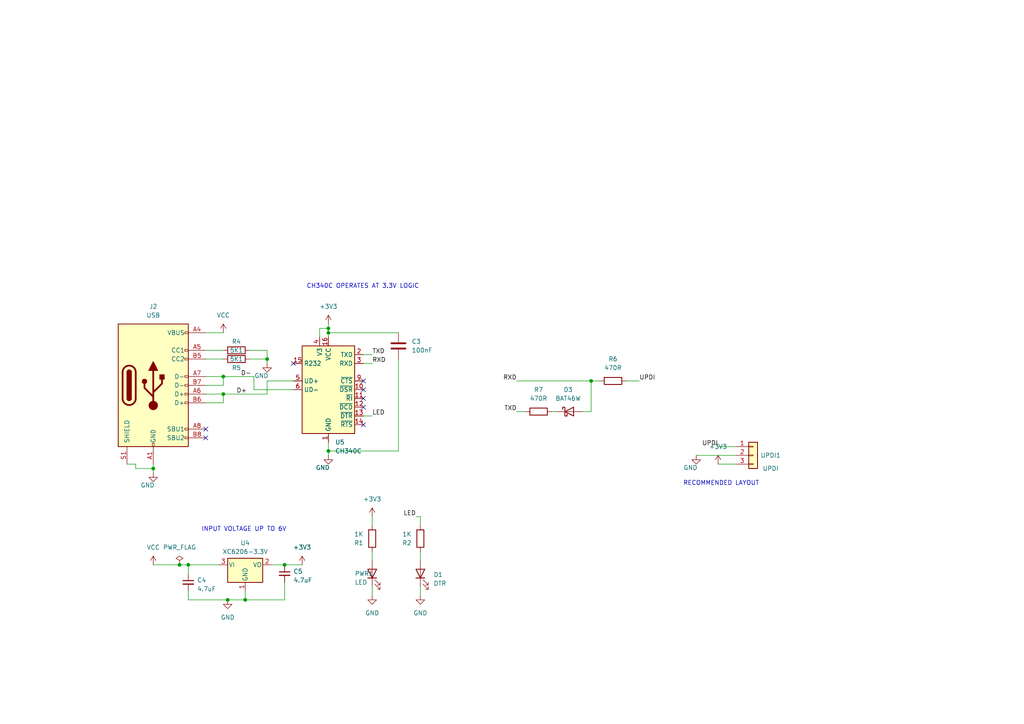
<source format=kicad_sch>
(kicad_sch (version 20230121) (generator eeschema)
  (paper "A4")
  (lib_symbols
    (symbol "Connector:USB_C_Receptacle_USB2.0" (pin_names (offset 1.016))
      (property "Reference" "J" (at -10.16 19.05 0))
      (property "Value" "USB_C_Receptacle_USB2.0" (at 19.05 19.05 0))
      (symbol "USB_C_Receptacle_USB2.0_0_0"
        (rectangle (start -0.254 -17.78) (end 0.254 -16.764))
        (rectangle (start 10.16 -14.986) (end 9.144 -15.494))
        (rectangle (start 10.16 -12.446) (end 9.144 -12.954))
        (rectangle (start 10.16 -4.826) (end 9.144 -5.334))
        (rectangle (start 10.16 -2.286) (end 9.144 -2.794))
        (rectangle (start 10.16 0.254) (end 9.144 -0.254))
        (rectangle (start 10.16 2.794) (end 9.144 2.286))
        (rectangle (start 10.16 7.874) (end 9.144 7.366))
        (rectangle (start 10.16 10.414) (end 9.144 9.906))
        (rectangle (start 10.16 15.494) (end 9.144 14.986))
      )
      (symbol "USB_C_Receptacle_USB2.0_0_1"
        (rectangle (start -10.16 17.78) (end 10.16 -17.78) (stroke (width 0.254)) (fill (type background)))
        (arc (start -8.89 -3.81) (mid -6.985 -5.7067) (end -5.08 -3.81) (stroke (width 0.508)))
        (arc (start -7.62 -3.81) (mid -6.985 -4.4423) (end -6.35 -3.81) (stroke (width 0.254)))
        (arc (start -7.62 -3.81) (mid -6.985 -4.4423) (end -6.35 -3.81) (stroke (width 0.254)) (fill (type outline)))
        (rectangle (start -7.62 -3.81) (end -6.35 3.81) (stroke (width 0.254)) (fill (type outline)))
        (arc (start -6.35 3.81) (mid -6.985 4.4423) (end -7.62 3.81) (stroke (width 0.254)))
        (arc (start -6.35 3.81) (mid -6.985 4.4423) (end -7.62 3.81) (stroke (width 0.254)) (fill (type outline)))
        (arc (start -5.08 3.81) (mid -6.985 5.7067) (end -8.89 3.81) (stroke (width 0.508)))
        (circle (center -2.54 1.143) (radius 0.635) (stroke (width 0.254)) (fill (type outline)))
        (circle (center 0 -5.842) (radius 1.27) (fill (type outline)))
        (polyline (pts (xy -8.89 -3.81) (xy -8.89 3.81)) (stroke (width 0.508)))
        (polyline (pts (xy -5.08 3.81) (xy -5.08 -3.81)) (stroke (width 0.508)))
        (polyline (pts (xy 0 -5.842) (xy 0 4.318)) (stroke (width 0.508)))
        (polyline (pts (xy 0 -3.302) (xy -2.54 -0.762) (xy -2.54 0.508)) (stroke (width 0.508)))
        (polyline (pts (xy 0 -2.032) (xy 2.54 0.508) (xy 2.54 1.778)) (stroke (width 0.508)))
        (polyline (pts (xy -1.27 4.318) (xy 0 6.858) (xy 1.27 4.318) (xy -1.27 4.318)) (stroke (width 0.254)) (fill (type outline)))
        (rectangle (start 1.905 1.778) (end 3.175 3.048) (stroke (width 0.254)) (fill (type outline)))
      )
      (symbol "USB_C_Receptacle_USB2.0_1_1"
        (pin passive line (at 0 -22.86 90) (length 5.08) (name "GND") (number "A1"))
        (pin passive line (at 0 -22.86 90) (length 5.08) hide (name "GND") (number "A12"))
        (pin passive line (at 15.24 15.24 180) (length 5.08) (name "VBUS") (number "A4"))
        (pin bidirectional line (at 15.24 10.16 180) (length 5.08) (name "CC1") (number "A5"))
        (pin bidirectional line (at 15.24 -2.54 180) (length 5.08) (name "D+") (number "A6"))
        (pin bidirectional line (at 15.24 2.54 180) (length 5.08) (name "D-") (number "A7"))
        (pin bidirectional line (at 15.24 -12.7 180) (length 5.08) (name "SBU1") (number "A8"))
        (pin passive line (at 15.24 15.24 180) (length 5.08) hide (name "VBUS") (number "A9"))
        (pin passive line (at 0 -22.86 90) (length 5.08) hide (name "GND") (number "B1"))
        (pin passive line (at 0 -22.86 90) (length 5.08) hide (name "GND") (number "B12"))
        (pin passive line (at 15.24 15.24 180) (length 5.08) hide (name "VBUS") (number "B4"))
        (pin bidirectional line (at 15.24 7.62 180) (length 5.08) (name "CC2") (number "B5"))
        (pin bidirectional line (at 15.24 -5.08 180) (length 5.08) (name "D+") (number "B6"))
        (pin bidirectional line (at 15.24 0 180) (length 5.08) (name "D-") (number "B7"))
        (pin bidirectional line (at 15.24 -15.24 180) (length 5.08) (name "SBU2") (number "B8"))
        (pin passive line (at 15.24 15.24 180) (length 5.08) hide (name "VBUS") (number "B9"))
        (pin passive line (at -7.62 -22.86 90) (length 5.08) (name "SHIELD") (number "S1"))
      )
    )
    (symbol "Connector_Generic:Conn_01x03" (pin_names (offset 1.016) hide)
      (property "Reference" "J" (at 0 5.08 0))
      (property "Value" "Conn_01x03" (at 0 -5.08 0))
      (symbol "Conn_01x03_1_1"
        (rectangle (start -1.27 -2.413) (end 0 -2.667) (stroke (width 0.1524)))
        (rectangle (start -1.27 0.127) (end 0 -0.127) (stroke (width 0.1524)))
        (rectangle (start -1.27 2.667) (end 0 2.413) (stroke (width 0.1524)))
        (rectangle (start -1.27 3.81) (end 1.27 -3.81) (stroke (width 0.254)) (fill (type background)))
        (pin passive line (at -5.08 2.54 0) (length 3.81) (name "Pin_1") (number "1"))
        (pin passive line (at -5.08 0 0) (length 3.81) (name "Pin_2") (number "2"))
        (pin passive line (at -5.08 -2.54 0) (length 3.81) (name "Pin_3") (number "3"))
      )
    )
    (symbol "Device:C" (pin_numbers hide) (pin_names (offset 0.254))
      (property "Reference" "C" (at 0.635 2.54 0))
      (property "Value" "C" (at 0.635 -2.54 0))
      (symbol "C_0_1"
        (polyline (pts (xy -2.032 -0.762) (xy 2.032 -0.762)) (stroke (width 0.508)))
        (polyline (pts (xy -2.032 0.762) (xy 2.032 0.762)) (stroke (width 0.508)))
      )
      (symbol "C_1_1"
        (pin passive line (at 0 3.81 270) (length 2.794) (name "~") (number "1"))
        (pin passive line (at 0 -3.81 90) (length 2.794) (name "~") (number "2"))
      )
    )
    (symbol "Device:C_Small" (pin_numbers hide) (pin_names (offset 0.254) hide)
      (property "Reference" "C" (at 0.254 1.778 0))
      (property "Value" "C_Small" (at 0.254 -2.032 0))
      (symbol "C_Small_0_1"
        (polyline (pts (xy -1.524 -0.508) (xy 1.524 -0.508)) (stroke (width 0.3302)))
        (polyline (pts (xy -1.524 0.508) (xy 1.524 0.508)) (stroke (width 0.3048)))
      )
      (symbol "C_Small_1_1"
        (pin passive line (at 0 2.54 270) (length 2.032) (name "~") (number "1"))
        (pin passive line (at 0 -2.54 90) (length 2.032) (name "~") (number "2"))
      )
    )
    (symbol "Device:D_Schottky" (pin_numbers hide) (pin_names (offset 1.016) hide)
      (property "Reference" "D" (at 0 2.54 0))
      (property "Value" "D_Schottky" (at 0 -2.54 0))
      (symbol "D_Schottky_0_1"
        (polyline (pts (xy 1.27 0) (xy -1.27 0)))
        (polyline (pts (xy 1.27 1.27) (xy 1.27 -1.27) (xy -1.27 0) (xy 1.27 1.27)) (stroke (width 0.254)))
        (polyline (pts (xy -1.905 0.635) (xy -1.905 1.27) (xy -1.27 1.27) (xy -1.27 -1.27) (xy -0.635 -1.27) (xy -0.635 -0.635)) (stroke (width 0.254)))
      )
      (symbol "D_Schottky_1_1"
        (pin passive line (at -3.81 0 0) (length 2.54) (name "K") (number "1"))
        (pin passive line (at 3.81 0 180) (length 2.54) (name "A") (number "2"))
      )
    )
    (symbol "Device:LED" (pin_numbers hide) (pin_names (offset 1.016) hide)
      (property "Reference" "D" (at 0 2.54 0))
      (property "Value" "LED" (at 0 -2.54 0))
      (symbol "LED_0_1"
        (polyline (pts (xy -1.27 -1.27) (xy -1.27 1.27)) (stroke (width 0.254)))
        (polyline (pts (xy -1.27 0) (xy 1.27 0)))
        (polyline (pts (xy 1.27 -1.27) (xy 1.27 1.27) (xy -1.27 0) (xy 1.27 -1.27)) (stroke (width 0.254)))
        (polyline (pts (xy -3.048 -0.762) (xy -4.572 -2.286) (xy -3.81 -2.286) (xy -4.572 -2.286) (xy -4.572 -1.524)))
        (polyline (pts (xy -1.778 -0.762) (xy -3.302 -2.286) (xy -2.54 -2.286) (xy -3.302 -2.286) (xy -3.302 -1.524)))
      )
      (symbol "LED_1_1"
        (pin passive line (at -3.81 0 0) (length 2.54) (name "K") (number "1"))
        (pin passive line (at 3.81 0 180) (length 2.54) (name "A") (number "2"))
      )
    )
    (symbol "Device:R" (pin_numbers hide) (pin_names (offset 0))
      (property "Reference" "R" (at 2.032 0 90))
      (property "Value" "R" (at 0 0 90))
      (symbol "R_0_1"
        (rectangle (start -1.016 -2.54) (end 1.016 2.54) (stroke (width 0.254)))
      )
      (symbol "R_1_1"
        (pin passive line (at 0 3.81 270) (length 1.27) (name "~") (number "1"))
        (pin passive line (at 0 -3.81 90) (length 1.27) (name "~") (number "2"))
      )
    )
    (symbol "Interface_USB:CH340C"
      (property "Reference" "U" (at -5.08 13.97 0))
      (property "Value" "CH340C" (at 1.27 13.97 0))
      (symbol "CH340C_0_1"
        (rectangle (start -7.62 12.7) (end 7.62 -12.7) (stroke (width 0.254)) (fill (type background)))
      )
      (symbol "CH340C_1_1"
        (pin power_in line (at 0 -15.24 90) (length 2.54) (name "GND") (number "1"))
        (pin input line (at 10.16 0 180) (length 2.54) (name "~{DSR}") (number "10"))
        (pin input line (at 10.16 -2.54 180) (length 2.54) (name "~{RI}") (number "11"))
        (pin input line (at 10.16 -5.08 180) (length 2.54) (name "~{DCD}") (number "12"))
        (pin output line (at 10.16 -7.62 180) (length 2.54) (name "~{DTR}") (number "13"))
        (pin output line (at 10.16 -10.16 180) (length 2.54) (name "~{RTS}") (number "14"))
        (pin input line (at -10.16 7.62 0) (length 2.54) (name "R232") (number "15"))
        (pin power_in line (at 0 15.24 270) (length 2.54) (name "VCC") (number "16"))
        (pin output line (at 10.16 10.16 180) (length 2.54) (name "TXD") (number "2"))
        (pin input line (at 10.16 7.62 180) (length 2.54) (name "RXD") (number "3"))
        (pin passive line (at -2.54 15.24 270) (length 2.54) (name "V3") (number "4"))
        (pin bidirectional line (at -10.16 2.54 0) (length 2.54) (name "UD+") (number "5"))
        (pin bidirectional line (at -10.16 0 0) (length 2.54) (name "UD-") (number "6"))
        (pin no_connect line (at -7.62 -7.62 0) (length 2.54) hide (name "NC") (number "7"))
        (pin no_connect line (at -7.62 -10.16 0) (length 2.54) hide (name "NC") (number "8"))
        (pin input line (at 10.16 2.54 180) (length 2.54) (name "~{CTS}") (number "9"))
      )
    )
    (symbol "Regulator_Linear:XC6206PxxxMR" (pin_names (offset 0.254))
      (property "Reference" "U" (at -3.81 3.175 0))
      (property "Value" "XC6206PxxxMR" (at 0 3.175 0))
      (symbol "XC6206PxxxMR_0_1"
        (rectangle (start -5.08 1.905) (end 5.08 -5.08) (stroke (width 0.254)) (fill (type background)))
      )
      (symbol "XC6206PxxxMR_1_1"
        (pin power_in line (at 0 -7.62 90) (length 2.54) (name "GND") (number "1"))
        (pin power_out line (at 7.62 0 180) (length 2.54) (name "VO") (number "2"))
        (pin power_in line (at -7.62 0 0) (length 2.54) (name "VI") (number "3"))
      )
    )
    (symbol "power:+3V3" (power) (pin_names (offset 0))
      (property "Value" "+3V3" (at 0 3.556 0))
      (symbol "+3V3_0_1"
        (polyline (pts (xy -0.762 1.27) (xy 0 2.54)))
        (polyline (pts (xy 0 0) (xy 0 2.54)))
        (polyline (pts (xy 0 2.54) (xy 0.762 1.27)))
      )
      (symbol "+3V3_1_1"
        (pin power_in line (at 0 0 90) (length 0) hide (name "+3V3") (number "1"))
      )
    )
    (symbol "power:GND" (power) (pin_names (offset 0))
      (property "Value" "GND" (at 0 -3.81 0))
      (symbol "GND_0_1"
        (polyline (pts (xy 0 0) (xy 0 -1.27) (xy 1.27 -1.27) (xy 0 -2.54) (xy -1.27 -1.27) (xy 0 -1.27)))
      )
      (symbol "GND_1_1"
        (pin power_in line (at 0 0 270) (length 0) hide (name "GND") (number "1"))
      )
    )
    (symbol "power:PWR_FLAG" (power) (pin_numbers hide) (pin_names (offset 0) hide)
      (property "Value" "PWR_FLAG" (at 0 3.81 0))
      (symbol "PWR_FLAG_0_0"
        (pin power_out line (at 0 0 90) (length 0) (name "pwr") (number "1"))
      )
      (symbol "PWR_FLAG_0_1"
        (polyline (pts (xy 0 0) (xy 0 1.27) (xy -1.016 1.905) (xy 0 2.54) (xy 1.016 1.905) (xy 0 1.27)))
      )
    )
    (symbol "power:VCC" (power) (pin_names (offset 0))
      (property "Value" "VCC" (at 0 3.81 0))
      (symbol "VCC_0_1"
        (polyline (pts (xy -0.762 1.27) (xy 0 2.54)))
        (polyline (pts (xy 0 0) (xy 0 2.54)))
        (polyline (pts (xy 0 2.54) (xy 0.762 1.27)))
      )
      (symbol "VCC_1_1"
        (pin power_in line (at 0 0 90) (length 0) hide (name "VCC") (number "1"))
      )
    )
  )
  (junction (at 171.45 110.49))
  (junction (at 64.77 109.22))
  (junction (at 95.25 95.25))
  (junction (at 95.25 130.81))
  (junction (at 77.47 104.14))
  (junction (at 54.61 163.83))
  (junction (at 52.07 163.83))
  (junction (at 95.25 96.52))
  (junction (at 82.55 163.83))
  (junction (at 44.45 135.89))
  (junction (at 66.04 173.99))
  (junction (at 71.12 173.99))
  (junction (at 64.77 114.3))
  (no_connect (at 59.69 127))
  (no_connect (at 59.69 124.46))
  (no_connect (at 105.41 113.03))
  (no_connect (at 85.09 105.41))
  (no_connect (at 105.41 115.57))
  (no_connect (at 105.41 118.11))
  (no_connect (at 105.41 110.49))
  (no_connect (at 105.41 123.19))
  (wire (pts (xy 213.36 134.62) (xy 208.28 134.62)))
  (wire (pts (xy 105.41 120.65) (xy 107.95 120.65)))
  (wire (pts (xy 59.69 116.84) (xy 64.77 116.84)))
  (wire (pts (xy 92.71 97.79) (xy 92.71 95.25)))
  (wire (pts (xy 208.28 129.54) (xy 213.36 129.54)))
  (wire (pts (xy 105.41 105.41) (xy 107.95 105.41)))
  (wire (pts (xy 64.77 114.3) (xy 77.47 114.3)))
  (wire (pts (xy 71.12 173.99) (xy 82.55 173.99)))
  (wire (pts (xy 107.95 170.18) (xy 107.95 172.72)))
  (wire (pts (xy 59.69 111.76) (xy 64.77 111.76)))
  (wire (pts (xy 71.12 171.45) (xy 71.12 173.99)))
  (wire (pts (xy 59.69 114.3) (xy 64.77 114.3)))
  (wire (pts (xy 95.25 96.52) (xy 115.57 96.52)))
  (wire (pts (xy 72.39 104.14) (xy 77.47 104.14)))
  (wire (pts (xy 149.86 119.38) (xy 152.4 119.38)))
  (wire (pts (xy 64.77 116.84) (xy 64.77 114.3)))
  (wire (pts (xy 39.37 135.89) (xy 44.45 135.89)))
  (wire (pts (xy 64.77 109.22) (xy 73.66 109.22)))
  (wire (pts (xy 201.93 132.08) (xy 213.36 132.08)))
  (wire (pts (xy 54.61 171.45) (xy 54.61 173.99)))
  (wire (pts (xy 121.92 170.18) (xy 121.92 172.72)))
  (wire (pts (xy 173.99 110.49) (xy 171.45 110.49)))
  (wire (pts (xy 149.86 110.49) (xy 171.45 110.49)))
  (wire (pts (xy 36.83 134.62) (xy 39.37 134.62)))
  (wire (pts (xy 171.45 119.38) (xy 168.91 119.38)))
  (wire (pts (xy 160.02 119.38) (xy 161.29 119.38)))
  (wire (pts (xy 105.41 102.87) (xy 107.95 102.87)))
  (wire (pts (xy 121.92 149.86) (xy 121.92 152.4)))
  (wire (pts (xy 115.57 130.81) (xy 115.57 104.14)))
  (wire (pts (xy 44.45 135.89) (xy 44.45 137.16)))
  (wire (pts (xy 78.74 163.83) (xy 82.55 163.83)))
  (wire (pts (xy 107.95 160.02) (xy 107.95 162.56)))
  (wire (pts (xy 121.92 160.02) (xy 121.92 162.56)))
  (wire (pts (xy 95.25 130.81) (xy 115.57 130.81)))
  (wire (pts (xy 52.07 163.83) (xy 54.61 163.83)))
  (wire (pts (xy 44.45 163.83) (xy 52.07 163.83)))
  (wire (pts (xy 95.25 96.52) (xy 95.25 97.79)))
  (wire (pts (xy 92.71 95.25) (xy 95.25 95.25)))
  (wire (pts (xy 95.25 130.81) (xy 95.25 132.08)))
  (wire (pts (xy 77.47 101.6) (xy 72.39 101.6)))
  (wire (pts (xy 77.47 110.49) (xy 85.09 110.49)))
  (wire (pts (xy 54.61 166.37) (xy 54.61 163.83)))
  (wire (pts (xy 181.61 110.49) (xy 185.42 110.49)))
  (wire (pts (xy 59.69 101.6) (xy 64.77 101.6)))
  (wire (pts (xy 120.65 149.86) (xy 121.92 149.86)))
  (wire (pts (xy 44.45 134.62) (xy 44.45 135.89)))
  (wire (pts (xy 59.69 104.14) (xy 64.77 104.14)))
  (wire (pts (xy 77.47 104.14) (xy 77.47 101.6)))
  (wire (pts (xy 82.55 173.99) (xy 82.55 168.91)))
  (wire (pts (xy 82.55 163.83) (xy 87.63 163.83)))
  (wire (pts (xy 95.25 93.98) (xy 95.25 95.25)))
  (wire (pts (xy 77.47 104.14) (xy 77.47 105.41)))
  (wire (pts (xy 66.04 173.99) (xy 71.12 173.99)))
  (wire (pts (xy 77.47 114.3) (xy 77.47 110.49)))
  (wire (pts (xy 54.61 173.99) (xy 66.04 173.99)))
  (wire (pts (xy 39.37 134.62) (xy 39.37 135.89)))
  (wire (pts (xy 95.25 128.27) (xy 95.25 130.81)))
  (wire (pts (xy 73.66 109.22) (xy 73.66 113.03)))
  (wire (pts (xy 95.25 95.25) (xy 95.25 96.52)))
  (wire (pts (xy 59.69 96.52) (xy 64.77 96.52)))
  (wire (pts (xy 59.69 109.22) (xy 64.77 109.22)))
  (wire (pts (xy 171.45 110.49) (xy 171.45 119.38)))
  (wire (pts (xy 64.77 111.76) (xy 64.77 109.22)))
  (wire (pts (xy 73.66 113.03) (xy 85.09 113.03)))
  (wire (pts (xy 107.95 149.86) (xy 107.95 152.4)))
  (wire (pts (xy 54.61 163.83) (xy 63.5 163.83)))
  (text "INPUT VOLTAGE UP TO 6V" (at 58.42 154.305 0) (effects (font (size 1.27 1.27)) (justify left bottom)))
  (text "CH340C OPERATES AT 3.3V LOGIC" (at 88.9 83.82 0) (effects (font (size 1.27 1.27)) (justify left bottom)))
  (text "RECOMMENDED LAYOUT" (at 198.12 140.97 0) (effects (font (size 1.27 1.27)) (justify left bottom)))
  (label "RXD" (at 107.95 105.41 0))
  (label "D+" (at 68.58 114.3 0))
  (label "LED" (at 120.65 149.86 180))
  (label "RXD" (at 149.86 110.49 180))
  (label "UPDI" (at 185.42 110.49 0))
  (label "UPDI" (at 208.28 129.54 180))
  (label "D-" (at 69.85 109.22 0))
  (label "TXD" (at 149.86 119.38 180))
  (label "LED" (at 107.95 120.65 0))
  (label "TXD" (at 107.95 102.87 0))
  (symbol (lib_id "power:VCC") (at 44.45 163.83 0) (unit 1)
    (property "Reference" "#PWR017" (effects hide))
    (property "Value" "VCC" (at 44.45 158.75 0))
  )
  (symbol (lib_id "Connector:USB_C_Receptacle_USB2.0") (at 44.45 111.76 0) (unit 1)
    (property "Reference" "J2" (at 44.45 88.9 0))
    (property "Value" "USB" (at 44.45 91.44 0))
    (property "Footprint" "Connector_USB:USB_C_Receptacle_G-Switch_GT-USB-7010ASV" (effects hide))
    (property "Datasheet" "https://datasheet.lcsc.com/lcsc/2303271630_G-Switch-GT-USB-7010ASV_C2988369.pdf" (effects hide))
    (property "PartNumber" "GT-USB-7010ASV" (effects hide))
    (property "LCSCStockCode" "C2988369" (effects hide))
  )
  (symbol (lib_id "power:VCC") (at 64.77 96.52 0) (unit 1)
    (property "Reference" "#PWR010" (effects hide))
    (property "Value" "VCC" (at 64.77 91.44 0))
  )
  (symbol (lib_id "power:GND") (at 44.45 137.16 0) (unit 1)
    (property "Reference" "#PWR011" (effects hide))
    (property "Value" "GND" (at 42.799 140.716 0))
  )
  (symbol (lib_id "power:GND") (at 107.95 172.72 0) (unit 1)
    (property "Reference" "#PWR03" (effects hide))
    (property "Value" "GND" (at 107.95 177.8 0))
  )
  (symbol (lib_id "power:+3V3") (at 95.25 93.98 0) (unit 1)
    (property "Reference" "#PWR012" (effects hide))
    (property "Value" "+3V3" (at 95.25 88.9 0))
  )
  (symbol (lib_id "Device:R") (at 177.8 110.49 270) (unit 1)
    (property "Reference" "R6" (at 177.8 104.14 90))
    (property "Value" "470R" (at 177.8 106.68 90))
    (property "Footprint" "Resistor_SMD:R_0805_2012Metric" (effects hide))
    (property "LCSCStockCode" "C17513" (effects hide))
    (property "PartNumber" "0805W8F1001T5E" (effects hide))
  )
  (symbol (lib_id "power:PWR_FLAG") (at 52.07 163.83 0) (unit 1)
    (property "Reference" "#FLG03" (effects hide))
    (property "Value" "PWR_FLAG" (at 52.07 158.75 0))
  )
  (symbol (lib_id "Connector_Generic:Conn_01x03") (at 218.44 132.08 0) (unit 1) (in_bom no)
    (property "Reference" "UPDI1" (at 223.52 132.08 0))
    (property "Value" "UPDI" (at 223.52 135.89 0))
    (property "Footprint" "Connector_PinHeader_2.54mm:PinHeader_1x03_P2.54mm_Horizontal" (effects hide))
  )
  (symbol (lib_id "Device:C") (at 115.57 100.33 0) (unit 1)
    (property "Reference" "C3" (at 119.38 99.06 0) (effects (justify left)))
    (property "Value" "100nF" (at 119.38 101.6 0) (effects (justify left)))
    (property "Footprint" "Capacitor_SMD:C_0805_2012Metric" (effects hide))
    (property "LCSCStockCode" "C49678" (effects hide))
    (property "PartNumber" "CC0805KRX7R9BB104" (effects hide))
  )
  (symbol (lib_id "power:+3V3") (at 208.28 134.62 0) (unit 1)
    (property "Reference" "#PWR05" (effects hide))
    (property "Value" "+3V3" (at 208.28 129.54 0))
  )
  (symbol (lib_id "Interface_USB:CH340C") (at 95.25 113.03 0) (unit 1)
    (property "Reference" "U5" (at 97.2059 128.27 0) (effects (justify left)))
    (property "Value" "CH340C" (at 97.2059 130.81 0) (effects (justify left)))
    (property "Footprint" "Package_SO:SOIC-16_3.9x9.9mm_P1.27mm" (effects hide))
    (property "Datasheet" "https://datasheet.lcsc.com/szlcsc/Jiangsu-Qin-Heng-CH340C_C84681.pdf" (effects hide))
    (property "LCSCStockCode" "C84681" (effects hide))
    (property "PartNumber" "CH340C" (effects hide))
  )
  (symbol (lib_id "Device:R") (at 156.21 119.38 270) (unit 1)
    (property "Reference" "R7" (at 156.21 113.03 90))
    (property "Value" "470R" (at 156.21 115.57 90))
    (property "Footprint" "Resistor_SMD:R_0805_2012Metric" (effects hide))
  )
  (symbol (lib_id "power:+3V3") (at 87.63 163.83 0) (unit 1)
    (property "Reference" "#PWR018" (effects hide))
    (property "Value" "+3V3" (at 87.63 158.75 0))
  )
  (symbol (lib_id "Device:D_Schottky") (at 165.1 119.38 0) (unit 1)
    (property "Reference" "D3" (at 164.7825 113.03 0))
    (property "Value" "BAT46W" (at 164.7825 115.57 0))
    (property "Footprint" "Diode_SMD:D_SOD-123" (effects hide))
    (property "LCSCStockCode" "C54110" (effects hide))
    (property "PartNumber" "BAT46W" (effects hide))
  )
  (symbol (lib_id "Device:R") (at 121.92 156.21 180) (unit 1)
    (property "Reference" "R2" (at 119.38 157.48 0) (effects (justify left)))
    (property "Value" "1K" (at 119.38 154.94 0) (effects (justify left)))
    (property "Footprint" "Resistor_SMD:R_0805_2012Metric" (effects hide))
    (property "LCSCStockCode" "C17513" (effects hide))
    (property "PartNumber" "0805W8F1001T5E" (effects hide))
  )
  (symbol (lib_id "Device:LED") (at 107.95 166.37 90) (unit 1)
    (property "Reference" "PWR1" (at 102.87 166.37 90) (effects (justify right)))
    (property "Value" "LED" (at 102.87 168.91 90) (effects (justify right)))
    (property "Footprint" "LED_SMD:LED_0805_2012Metric" (effects hide))
    (property "LCSCStockCode" "C84256" (effects hide))
    (property "PartNumber" "NCD0805R1" (effects hide))
  )
  (symbol (lib_id "power:GND") (at 121.92 172.72 0) (unit 1)
    (property "Reference" "#PWR06" (effects hide))
    (property "Value" "GND" (at 121.92 177.8 0))
  )
  (symbol (lib_id "Device:C_Small") (at 54.61 168.91 0) (unit 1)
    (property "Reference" "C4" (at 57.15 168.2813 0) (effects (justify left)))
    (property "Value" "4.7uF" (at 57.15 170.8213 0) (effects (justify left)))
    (property "Footprint" "Capacitor_SMD:C_0805_2012Metric" (effects hide))
    (property "PartNumber" "CL21A475KAQNNNE" (effects hide))
    (property "LCSCStockCode" "C1779" (effects hide))
  )
  (symbol (lib_id "Device:LED") (at 121.92 166.37 90) (unit 1)
    (property "Reference" "D1" (at 125.73 166.6875 90) (effects (justify right)))
    (property "Value" "DTR" (at 125.73 169.2275 90) (effects (justify right)))
    (property "Footprint" "LED_SMD:LED_0805_2012Metric" (effects hide))
    (property "LCSCStockCode" "C2296" (effects hide))
    (property "PartNumber" "C2296" (effects hide))
  )
  (symbol (lib_id "Device:R") (at 68.58 104.14 90) (unit 1)
    (property "Reference" "R5" (at 68.58 106.68 90))
    (property "Value" "5K1" (at 68.58 104.14 90))
    (property "Footprint" "Resistor_SMD:R_0805_2012Metric" (effects hide))
    (property "LCSCStockCode" "C27834" (effects hide))
    (property "PartNumber" "0805W8F5101T5E" (effects hide))
  )
  (symbol (lib_id "Device:R") (at 68.58 101.6 90) (unit 1)
    (property "Reference" "R4" (at 68.58 99.06 90))
    (property "Value" "5K1" (at 68.58 101.6 90))
    (property "Footprint" "Resistor_SMD:R_0805_2012Metric" (effects hide))
    (property "LCSCStockCode" "C27834" (effects hide))
    (property "PartNumber" "0805W8F5101T5E" (effects hide))
  )
  (symbol (lib_id "Device:C_Small") (at 82.55 166.37 0) (unit 1)
    (property "Reference" "C5" (at 85.09 165.7413 0) (effects (justify left)))
    (property "Value" "4.7uF" (at 85.09 168.2813 0) (effects (justify left)))
    (property "Footprint" "Capacitor_SMD:C_0805_2012Metric" (effects hide))
    (property "PartNumber" "CL21A475KAQNNNE" (effects hide))
    (property "LCSCStockCode" "C1779" (effects hide))
  )
  (symbol (lib_id "power:GND") (at 95.25 132.08 0) (unit 1)
    (property "Reference" "#PWR014" (effects hide))
    (property "Value" "GND" (at 93.599 135.636 0))
  )
  (symbol (lib_id "power:GND") (at 201.93 132.08 0) (unit 1)
    (property "Reference" "#PWR02" (effects hide))
    (property "Value" "GND" (at 200.279 135.636 0))
  )
  (symbol (lib_id "power:GND") (at 66.04 173.99 0) (unit 1)
    (property "Reference" "#PWR015" (effects hide))
    (property "Value" "GND" (at 66.04 179.07 0))
  )
  (symbol (lib_id "Regulator_Linear:XC6206PxxxMR") (at 71.12 163.83 0) (unit 1)
    (property "Reference" "U4" (at 71.12 157.48 0))
    (property "Value" "XC6206-3.3V" (at 71.12 160.02 0))
    (property "Footprint" "Package_TO_SOT_SMD:SOT-23-3" (effects hide))
    (property "Datasheet" "https://www.torexsemi.com/file/xc6206/XC6206.pdf" (effects hide))
    (property "PartNumber" "XC6206-3.3V" (effects hide))
    (property "LCSCStockCode" "C2891841" (effects hide))
  )
  (symbol (lib_id "Device:R") (at 107.95 156.21 180) (unit 1)
    (property "Reference" "R1" (at 105.41 157.48 0) (effects (justify left)))
    (property "Value" "1K" (at 105.41 154.94 0) (effects (justify left)))
    (property "Footprint" "Resistor_SMD:R_0805_2012Metric" (effects hide))
    (property "LCSCStockCode" "C17513" (effects hide))
    (property "PartNumber" "0805W8F1001T5E" (effects hide))
  )
  (symbol (lib_id "power:GND") (at 77.47 105.41 0) (unit 1)
    (property "Reference" "#PWR013" (effects hide))
    (property "Value" "GND" (at 75.819 108.966 0))
  )
  (symbol (lib_id "power:+3V3") (at 107.95 149.86 0) (unit 1)
    (property "Reference" "#PWR04" (effects hide))
    (property "Value" "+3V3" (at 107.95 144.78 0))
  )
)
</source>
